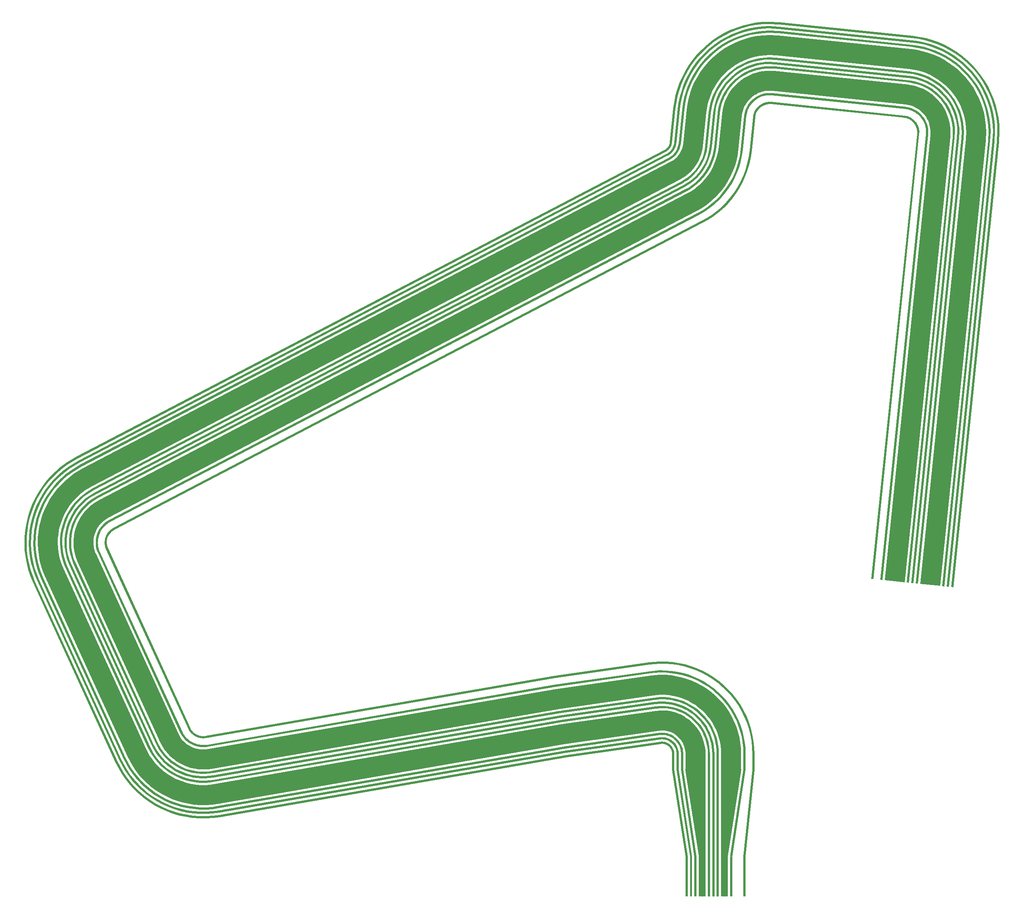
<source format=gbr>
G04 AutoGERB 2.0 for AutoCAD 14*
G04 RS274-X Output *
%FSLAX34Y34*%
%MOMM*%
%ADD12C,0.005000*%
%ADD13C,0.007000*%
G36*X2429672Y786128D02*X2429672Y821774D01*X2429179Y835901*X2427711Y849914*X2425271Y863793*X2421872Y877468*X2417531Y890873*X2412268Y903945*X2406108Y916618*X2399082Y928832*X2391223Y940529*X2382571Y951650*X2373165Y962143*X2363053Y971956*X2352283Y981043*X2340907Y989358*X2328980Y996861*X2316560Y1003518*X2303707Y1009295*X2290484Y1014163*X2276954Y1018101*X2263184Y1021088*X2249238Y1023109*X2235186Y1024157*X2221122Y1024224*X2198461Y1022273*X1985828Y991894*X1204165Y857171*X1201622Y856824*X1199018Y856651*X1196409Y856660*X1193807Y856850*X1191224Y857220*X1188672Y857770*X1186166Y858495*X1183715Y859393*X1181333Y860460*X1179032Y861689*X1176821Y863076*X1174712Y864612*X1172715Y866292*X1170840Y868106*X1169094Y870048*X1167489Y872105*X1166010Y874299*X1163773Y878456*X979575Y1280962*X978590Y1283330*X977756Y1285804*X977099Y1288329*X976616Y1290893*X976314Y1293486*X976194Y1296093*X976254Y1298701*X976496Y1301300*X976918Y1303875*X977518Y1306415*X978293Y1308906*X979240Y1311339*X980354Y1313698*X981629Y1315976*X983059Y1318159*X984637Y1320236*X986356Y1322199*X988207Y1324039*X990184Y1325745*X992300Y1327329*X996267Y1329732*X2315831Y2018650*X2328125Y2025623*X2339869Y2033410*X2351042Y2041996*X2361592Y2051337*X2371466Y2061390*X2380617Y2072105*X2389001Y2083431*X2396578Y2095312*X2403309Y2107691*X2409163Y2120508*X2414111Y2133702*X2418131Y2147208*X2421199Y2160952*X2423602Y2177576*X2431293Y2252590*X2431643Y2255133*X2432179Y2257688*X2432890Y2260198*X2433774Y2262653*X2434827Y2265041*X2436043Y2267349*X2437418Y2269568*X2438943Y2271685*X2440612Y2273692*X2442417Y2275577*X2444347Y2277332*X2446394Y2278950*X2448551Y2280420*X2450804Y2281737*X2453143Y2282894*X2455557Y2283886*X2458033Y2284707*X2460562Y2285354*X2463128Y2285824*X2465722Y2286115*X2468354Y2286224*X2472349Y2286034*X2770896Y2255425*X2773438Y2255074*X2775993Y2254539*X2778503Y2253827*X2780958Y2252943*X2783346Y2251890*X2785655Y2250674*X2787873Y2249299*X2789990Y2247774*X2791997Y2246106*X2793883Y2244302*X2795638Y2242371*X2797255Y2240322*X2798725Y2238167*X2800042Y2235915*X2801200Y2233575*X2802191Y2231161*X2803013Y2228684*X2803660Y2226156*X2804129Y2223589*X2804420Y2220996*X2804530Y2218363*X2804339Y2214367*X2701792Y1214192*X2696819Y1214703*X2799352Y2214742*X2799525Y2218378*X2799431Y2220613*X2799180Y2222860*X2798773Y2225085*X2798212Y2227275*X2797500Y2229422*X2796641Y2231514*X2795639Y2233540*X2794496Y2235492*X2793222Y2237361*X2791821Y2239136*X2790300Y2240809*X2788666Y2242373*X2786927Y2243819*X2785092Y2245140*X2783170Y2246331*X2781169Y2247385*X2779099Y2248298*X2776972Y2249064*X2774796Y2249682*X2772583Y2250145*X2770299Y2250460*X2471976Y2281047*X2468339Y2281219*X2466105Y2281126*X2463857Y2280875*X2461633Y2280467*X2459442Y2279906*X2457296Y2279195*X2455204Y2278335*X2453177Y2277332*X2451224Y2276191*X2449357Y2274917*X2447582Y2273515*X2445908Y2271994*X2444345Y2270361*X2442898Y2268622*X2441577Y2266787*X2440386Y2264864*X2439332Y2262864*X2438419Y2260794*X2437653Y2258667*X2437036Y2256491*X2436572Y2254278*X2436258Y2251995*X2428565Y2176963*X2426120Y2160049*X2422972Y2145949*X2418854Y2132109*X2413784Y2118589*X2407784Y2105456*X2400887Y2092771*X2393124Y2080596*X2384532Y2068990*X2375155Y2058011*X2365037Y2047710*X2354227Y2038137*X2342778Y2029339*X2330744Y2021360*X2318222Y2014257*X998722Y1325373*X995101Y1323180*X993319Y1321846*X991608Y1320368*X990003Y1318774*X988514Y1317073*X987146Y1315272*X985906Y1313381*X984801Y1311407*X983837Y1309362*X983016Y1307255*X982345Y1305096*X981825Y1302894*X981459Y1300663*X981249Y1298412*X981197Y1296150*X981301Y1293891*X981563Y1291646*X981980Y1289422*X982551Y1287235*X983273Y1285091*X984158Y1282963*X1168252Y880683*X1170295Y876888*X1171538Y875044*X1172929Y873261*X1174441Y871579*X1176066Y870007*X1177797Y868551*X1179624Y867219*X1181541Y866018*X1183536Y864953*X1185600Y864028*X1187723Y863250*X1189895Y862621*X1192105Y862145*X1194344Y861825*X1196600Y861659*X1198861Y861652*X1201117Y861801*X1203402Y862114*X1985049Y996833*X2197892Y1027242*X2220919Y1029225*X2235385Y1029156*X2249783Y1028082*X2264073Y1026011*X2278185Y1022950*X2292049Y1018916*X2305598Y1013926*X2318769Y1008007*X2331495Y1001186*X2343716Y993497*X2355374Y984976*X2366410Y975665*X2376772Y965610*X2386410Y954857*X2395276Y943462*X2403329Y931477*X2410529Y918961*X2416841Y905974*X2422234Y892580*X2426683Y878843*X2430166Y864830*X2432666Y850609*X2434170Y836248*X2434671Y821861*X2434671Y786128*X2429672Y786128*G37*G36*X2409672Y786128D02*X2409672Y821774D01*X2409228Y834509*X2407904Y847139*X2405705Y859647*X2402642Y871972*X2398730Y884053*X2393986Y895833*X2388435Y907255*X2382103Y918264*X2375021Y928804*X2367222Y938828*X2358746Y948284*X2349632Y957128*X2339926Y965317*X2329674Y972811*X2318925Y979573*X2307731Y985572*X2296148Y990779*X2284231Y995166*X2272038Y998715*X2259627Y1001406*X2247059Y1003229*X2234395Y1004173*X2221722Y1004233*X2201290Y1002474*X1988941Y972136*X1207561Y837462*X1203641Y836926*X1199648Y836661*X1195646Y836675*X1191656Y836965*X1187695Y837534*X1183784Y838377*X1179940Y839489*X1176183Y840866*X1172531Y842501*X1169002Y844386*X1165612Y846512*X1162378Y848868*X1159316Y851443*X1156440Y854227*X1153765Y857202*X1151303Y860356*X1149046Y863705*X1145587Y870134*X961389Y1272639*X959869Y1276293*X958591Y1280085*X957581Y1283957*X956843Y1287890*X956380Y1291864*X956195Y1295862*X956288Y1299862*X956659Y1303845*X957305Y1307794*X958227Y1311688*X959414Y1315508*X960866Y1319238*X962574Y1322856*X964529Y1326348*X966721Y1329694*X969141Y1332881*X971778Y1335891*X974617Y1338711*X977645Y1341325*X980876Y1343746*X987011Y1347462*X2306575Y2036379*X2317658Y2042665*X2328242Y2049684*X2338312Y2057421*X2347820Y2065840*X2356719Y2074900*X2364966Y2084557*X2372522Y2094764*X2379350Y2105471*X2385417Y2116628*X2390692Y2128180*X2395152Y2140070*X2398775Y2152242*X2401540Y2164628*X2403706Y2179616*X2411397Y2254631*X2411937Y2258551*X2412758Y2262468*X2413849Y2266318*X2415205Y2270082*X2416820Y2273743*X2418685Y2277283*X2420792Y2280685*X2423131Y2283931*X2425689Y2287008*X2428456Y2289899*X2431416Y2292590*X2434557Y2295070*X2437863Y2297324*X2441317Y2299344*X2444903Y2301118*X2448604Y2302638*X2452402Y2303898*X2456279Y2304890*X2460214Y2305610*X2464191Y2306056*X2468214Y2306224*X2474390Y2305929*X2772936Y2275320*X2776857Y2274780*X2780774Y2273959*X2784623Y2272868*X2788388Y2271512*X2792048Y2269898*X2795588Y2268033*X2798990Y2265925*X2802237Y2263587*X2805313Y2261028*X2808204Y2258262*X2810896Y2255302*X2813375Y2252161*X2815630Y2248856*X2817650Y2245401*X2819424Y2241814*X2820944Y2238113*X2822204Y2234316*X2823196Y2230439*X2823916Y2226503*X2824362Y2222527*X2824530Y2218504*X2824235Y2212327*X2721688Y1212152*X2716715Y1212663*X2819248Y2212702*X2819525Y2218519*X2819373Y2222144*X2818967Y2225774*X2818309Y2229368*X2817403Y2232907*X2816253Y2236374*X2814865Y2239753*X2813245Y2243028*X2811401Y2246181*X2809342Y2249200*X2807079Y2252067*X2804621Y2254769*X2801982Y2257295*X2799174Y2259632*X2796209Y2261766*X2793103Y2263690*X2789871Y2265393*X2786529Y2266867*X2783092Y2268105*X2779577Y2269102*X2776002Y2269851*X2772339Y2270355*X2474015Y2300942*X2468199Y2301219*X2464574Y2301067*X2460943Y2300661*X2457350Y2300003*X2453811Y2299097*X2450343Y2297947*X2446964Y2296559*X2443690Y2294939*X2440536Y2293095*X2437518Y2291037*X2434651Y2288773*X2431947Y2286316*X2429422Y2283677*X2427086Y2280868*X2424951Y2277904*X2423028Y2274798*X2421325Y2271566*X2419850Y2268223*X2418612Y2264787*X2417615Y2261271*X2416866Y2257696*X2416362Y2254034*X2408669Y2179003*X2406461Y2163725*X2403616Y2150983*X2399895Y2138477*X2395313Y2126261*X2389892Y2114393*X2383659Y2102930*X2376645Y2091929*X2368881Y2081442*X2360408Y2071521*X2351265Y2062213*X2341497Y2053562*X2331151Y2045613*X2320277Y2038402*X2308966Y2031986*X989466Y1343103*X983677Y1339597*X980782Y1337428*X978016Y1335040*X975425Y1332466*X973018Y1329718*X970808Y1326809*X968806Y1323753*X967021Y1320565*X965463Y1317261*X964137Y1313857*X963052Y1310369*X962212Y1306813*X961622Y1303208*X961283Y1299571*X961198Y1295919*X961367Y1292269*X961790Y1288641*X962464Y1285050*X963386Y1281516*X964552Y1278054*X965972Y1274640*X1150066Y872361*X1153331Y866294*X1155352Y863295*X1157600Y860415*X1160043Y857698*X1162667Y855158*X1165463Y852807*X1168415Y850655*X1171511Y848715*X1174734Y846994*X1178068Y845501*X1181497Y844244*X1185007Y843228*X1188578Y842459*X1192193Y841940*X1195837Y841674*X1199491Y841662*X1203136Y841903*X1206798Y842405*X1988162Y977075*X2200721Y1007443*X2221519Y1009234*X2234592Y1009172*X2247604Y1008202*X2260516Y1006329*X2273267Y1003564*X2285796Y999919*X2298039Y995410*X2309940Y990061*X2321440Y983898*X2332483Y976950*X2343017Y969250*X2352989Y960837*X2362353Y951751*X2371061Y942035*X2379074Y931737*X2386350Y920907*X2392856Y909598*X2398559Y897862*X2403433Y885760*X2407453Y873347*X2410600Y860684*X2412859Y847834*X2414219Y834858*X2414671Y821861*X2414671Y786128*X2409672Y786128*G37*G36*X2359672Y786130D02*X2359672Y821425D01*X2359336Y831031*X2358376Y840201*X2356780Y849280*X2354556Y858227*X2351715Y866998*X2348271Y875550*X2344242Y883843*X2339646Y891833*X2334504Y899485*X2328842Y906762*X2322689Y913627*X2316073Y920047*X2309027Y925992*X2301583Y931433*X2293780Y936342*X2285655Y940697*X2277245Y944476*X2268594Y947662*X2259743Y950238*X2250733Y952192*X2241609Y953515*X2232416Y954200*X2223433Y954243*X2207807Y952898*X1996724Y922739*X1215713Y788130*X1208687Y787169*X1201222Y786674*X1193742Y786698*X1186279Y787243*X1178872Y788306*X1171559Y789882*X1164373Y791961*X1157349Y794536*X1150520Y797592*X1143921Y801118*X1137585Y805091*X1131536Y809498*X1125810Y814315*X1120434Y819516*X1115433Y825079*X1110830Y830977*X1106460Y837460*X1100390Y848741*X915779Y1252149*X913055Y1258695*X910668Y1265785*X908779Y1273025*X907399Y1280378*X906533Y1287808*X906186Y1295282*X906360Y1302762*X907054Y1310211*X908263Y1317593*X909983Y1324874*X912206Y1332019*X914921Y1338992*X918113Y1345756*X921767Y1352284*X925869Y1358543*X930393Y1364499*X935321Y1370127*X940630Y1375400*X946291Y1380289*X952539Y1384968*X963309Y1391491*X2283126Y2080541*X2291485Y2085282*X2299169Y2090377*X2306480Y2095995*X2313382Y2102106*X2319842Y2108683*X2325829Y2115694*X2331314Y2123104*X2336272Y2130878*X2340676Y2138976*X2344506Y2147362*X2347743Y2155993*X2350373Y2164830*X2352365Y2173756*X2354008Y2185126*X2361693Y2260078*X2362661Y2267100*X2364195Y2274422*X2366236Y2281621*X2368771Y2288658*X2371790Y2295505*X2375279Y2302124*X2379218Y2308483*X2383589Y2314553*X2388374Y2320307*X2393547Y2325711*X2399081Y2330743*X2404954Y2335379*X2411135Y2339596*X2417594Y2343371*X2424298Y2346688*X2431220Y2349533*X2438322Y2351887*X2445568Y2353742*X2452927Y2355089*X2460363Y2355921*X2468061Y2356243*X2478946Y2355725*X2778382Y2325024*X2785406Y2324056*X2792728Y2322521*X2799925Y2320481*X2806963Y2317947*X2813809Y2314927*X2820429Y2311440*X2826788Y2307500*X2832860Y2303128*X2838612Y2298343*X2844016Y2293173*X2849049Y2287637*X2853685Y2281764*X2857901Y2275584*X2861677Y2269125*X2864995Y2262419*X2867838Y2255499*X2870193Y2248398*X2872049Y2241150*X2873396Y2233790*X2874227Y2226356*X2874550Y2218657*X2874030Y2207770*X2771428Y1207050*X2726663Y1211649*X2829139Y2211141*X2829505Y2218788*X2829332Y2222909*X2828849Y2227231*X2828066Y2231507*X2826988Y2235719*X2825619Y2239846*X2823966Y2243868*X2822038Y2247766*X2819844Y2251519*X2817394Y2255111*X2814700Y2258524*X2811775Y2261740*X2808631Y2264748*X2805289Y2267529*X2801761Y2270069*X2798064Y2272359*X2794218Y2274386*X2790240Y2276140*X2786148Y2277614*X2781965Y2278800*X2777709Y2279691*X2773013Y2280339*X2475579Y2310834*X2467930Y2311198*X2463810Y2311026*X2459488Y2310542*X2455211Y2309759*X2450997Y2308680*X2446871Y2307312*X2442851Y2305661*X2438953Y2303732*X2435198Y2301537*X2431607Y2299088*X2428194Y2296394*X2424976Y2293468*X2421969Y2290326*X2419190Y2286984*X2416649Y2283456*X2414358Y2279757*X2412331Y2275912*X2410578Y2271935*X2409103Y2267842*X2407918Y2263659*X2407026Y2259403*X2406378Y2254707*X2398679Y2179611*X2396658Y2165625*X2393950Y2153497*X2390428Y2141658*X2386089Y2130091*X2380957Y2118855*X2375055Y2108003*X2368415Y2097589*X2361066Y2087661*X2353043Y2078268*X2344387Y2069455*X2335139Y2061266*X2325344Y2053740*X2315050Y2046913*X2304647Y2041012*X985400Y1352260*X977742Y1347623*X974520Y1345210*X971229Y1342367*X968144Y1339304*X965280Y1336032*X962648Y1332568*X960266Y1328933*X958142Y1325139*X956286Y1321205*X954709Y1317154*X953418Y1313003*X952418Y1308772*X951715Y1304480*X951311Y1300149*X951211Y1295803*X951412Y1291461*X951916Y1287141*X952718Y1282866*X953815Y1278660*X955202Y1274540*X957024Y1270164*X1140705Y868786*X1145027Y860755*X1147269Y857428*X1149944Y854000*X1152851Y850767*X1155977Y847742*X1159303Y844943*X1162816Y842384*X1166502Y840073*X1170337Y838025*X1174306Y836249*X1178388Y834752*X1182566Y833543*X1186817Y832627*X1191120Y832010*X1195455Y831693*X1199805Y831679*X1204144Y831966*X1208838Y832609*X1989719Y967196*X2202690Y997623*X2221608Y999252*X2234197Y999191*X2246516Y998274*X2258740Y996501*X2270812Y993883*X2282673Y990431*X2294264Y986163*X2305530Y981100*X2316419Y975265*X2326874Y968686*X2336846Y961397*X2346288Y953432*X2355152Y944830*X2363397Y935631*X2370981Y925882*X2377871Y915630*X2384031Y904920*X2389430Y893811*X2394044Y882353*X2397849Y870602*X2400829Y858615*X2402967Y846448*X2404255Y834164*X2404671Y822210*X2404671Y786130*X2359672Y786130*G37*G36*X2349672Y786128D02*X2349672Y821775D01*X2349373Y830337*X2348484Y838814*X2347009Y847210*X2344953Y855483*X2342327Y863592*X2339143Y871499*X2335416Y879166*X2331166Y886554*X2326412Y893630*X2321178Y900359*X2315488Y906706*X2309371Y912642*X2302856Y918139*X2295974Y923169*X2288759Y927708*X2281245Y931735*X2273471Y935230*X2265471Y938174*X2257287Y940557*X2248957Y942363*X2240521Y943587*X2232020Y944220*X2223522Y944261*X2209776Y943077*X1998282Y912861*X1217752Y778334*X1209695Y777233*X1201536Y776691*X1193359Y776718*X1185204Y777313*X1177111Y778475*X1169118Y780197*X1161264Y782469*X1153587Y785283*X1146125Y788624*X1138912Y792476*X1131985Y796820*X1125377Y801635*X1119120Y806898*X1113244Y812584*X1107777Y818665*X1102746Y825110*X1098156Y831921*X1091029Y845166*X906831Y1247672*X903706Y1255180*X901096Y1262929*X899032Y1270842*X897524Y1278878*X896578Y1286999*X896199Y1295167*X896389Y1303341*X897147Y1311482*X898469Y1319551*X900349Y1327508*X902778Y1335315*X905744Y1342935*X909233Y1350330*X913228Y1357464*X917709Y1364303*X922654Y1370814*X928041Y1376966*X933843Y1382728*X940030Y1388071*X946604Y1392994*X959243Y1400649*X2278807Y2089567*X2286259Y2093793*X2293363Y2098504*X2300122Y2103698*X2306504Y2109348*X2312477Y2115430*X2318013Y2121912*X2323085Y2128763*X2327668Y2135950*X2331741Y2143439*X2335281Y2151193*X2338275Y2159174*X2340707Y2167344*X2342562Y2175655*X2344019Y2185735*X2351710Y2260751*X2352820Y2268807*X2354498Y2276811*X2356727Y2284677*X2359498Y2292369*X2362797Y2299850*X2366609Y2307084*X2370915Y2314035*X2375694Y2320669*X2380922Y2326956*X2386574Y2332864*X2392625Y2338364*X2399043Y2343430*X2405798Y2348037*X2412856Y2352164*X2420185Y2355790*X2427748Y2358897*X2435508Y2361471*X2443430Y2363498*X2451472Y2364970*X2459598Y2365880*X2467793Y2366222*X2480508Y2365617*X2779056Y2335007*X2787113Y2333897*X2795115Y2332221*X2802982Y2329991*X2810675Y2327219*X2818156Y2323920*X2825389Y2320109*X2832341Y2315803*X2838975Y2311024*X2845262Y2305796*X2851170Y2300144*X2856670Y2294094*X2861736Y2287676*X2866343Y2280921*X2870470Y2273862*X2874096Y2266534*X2877203Y2258971*X2879777Y2251210*X2881805Y2243289*X2883277Y2235246*X2884187Y2227121*X2884529Y2218926*X2883922Y2206208*X2781375Y1206032*X2776402Y1206543*X2878935Y2206583*X2879524Y2218941*X2879198Y2226738*X2878328Y2234517*X2876918Y2242218*X2874976Y2249801*X2872512Y2257232*X2869537Y2264473*X2866065Y2271489*X2862114Y2278248*X2857703Y2284715*X2852853Y2290859*X2847587Y2296651*X2841931Y2302063*X2835912Y2307069*X2829560Y2311644*X2822904Y2315766*X2815979Y2319415*X2808816Y2322574*X2801451Y2325228*X2793920Y2327362*X2786258Y2328968*X2778459Y2330042*X2480135Y2360630*X2467778Y2361217*X2459981Y2360891*X2452201Y2360021*X2444501Y2358611*X2436917Y2356670*X2429487Y2354206*X2422246Y2351231*X2415229Y2347759*X2408471Y2343808*X2402004Y2339397*X2395860Y2334547*X2390067Y2329281*X2384655Y2323625*X2379649Y2317606*X2375074Y2311254*X2370952Y2304599*X2367302Y2297673*X2364143Y2290510*X2361490Y2283146*X2359355Y2275614*X2357749Y2267952*X2356675Y2260154*X2348982Y2185122*X2347483Y2174752*X2345548Y2166085*X2343018Y2157581*X2339902Y2149274*X2336216Y2141204*X2331977Y2133409*X2327208Y2125928*X2321928Y2118797*X2316166Y2112051*X2309949Y2105721*X2303307Y2099839*X2296272Y2094433*X2288878Y2089530*X2281198Y2085174*X961698Y1396290*X949405Y1388845*X943167Y1384174*X937242Y1379057*X931688Y1373541*X926531Y1367651*X921796Y1361418*X917505Y1354869*X913680Y1348039*X910341Y1340960*X907501Y1333664*X905176Y1326189*X903376Y1318570*X902110Y1310845*X901384Y1303050*X901202Y1295224*X901565Y1287404*X902471Y1279629*X903915Y1271935*X905891Y1264360*X908389Y1256941*X911414Y1249673*X1095508Y847393*X1102441Y834510*X1106795Y828049*X1111612Y821878*X1116845Y816057*X1122471Y810613*X1128462Y805574*X1134788Y800963*X1141421Y796805*X1148326Y793117*X1155472Y789918*X1162821Y787224*X1170341Y785048*X1177994Y783400*X1185743Y782288*X1193550Y781717*X1201379Y781692*X1209190Y782210*X1216989Y783277*X1997503Y917800*X2209207Y948046*X2223319Y949262*X2232217Y949219*X2241066Y948560*X2249846Y947286*X2258516Y945406*X2267036Y942927*X2275362Y939861*X2283454Y936224*X2291274Y932033*X2298783Y927308*X2305947Y922072*X2312728Y916351*X2319095Y910173*X2325017Y903566*X2330465Y896563*X2335413Y889199*X2339837Y881509*X2343716Y873528*X2347030Y865299*X2349764Y856858*X2351904Y848247*X2353439Y839509*X2354364Y830686*X2354671Y821862*X2354671Y786128*X2349672Y786128*G37*G36*X2339672Y786128D02*X2339672Y821775D01*X2339397Y829641*X2338581Y837427*X2337226Y845137*X2335338Y852735*X2332926Y860182*X2330002Y867444*X2326580Y874484*X2322677Y881271*X2318311Y887768*X2313504Y893947*X2308278Y899776*X2302661Y905228*X2296677Y910276*X2290357Y914895*X2283731Y919064*X2276831Y922762*X2269691Y925972*X2262344Y928676*X2254829Y930864*X2247178Y932523*X2239431Y933646*X2231625Y934228*X2223822Y934265*X2211191Y933178*X1999838Y902982*X1219451Y768479*X1210704Y767284*X1201850Y766696*X1192978Y766725*X1184129Y767371*X1175347Y768632*X1166674Y770500*X1158151Y772966*X1149822Y776019*X1141723Y779644*X1133897Y783824*X1126381Y788538*X1119210Y793763*X1112420Y799474*X1106044Y805643*X1100112Y812242*X1094653Y819236*X1089674Y826624*X1081935Y841005*X897738Y1243511*X894345Y1251662*X891514Y1260070*X889274Y1268656*X887637Y1277376*X886611Y1286188*X886200Y1295051*X886406Y1303921*X887228Y1312755*X888662Y1321511*X890704Y1330145*X893339Y1338616*X896557Y1346884*X900343Y1354909*X904678Y1362650*X909540Y1370071*X914906Y1377137*X920752Y1383811*X927047Y1390064*X933761Y1395862*X940892Y1401202*X954615Y1409514*X2274179Y2098431*X2281025Y2102314*X2287550Y2106641*X2293757Y2111411*X2299618Y2116600*X2305104Y2122185*X2310188Y2128138*X2314845Y2134430*X2319055Y2141030*X2322794Y2147907*X2326046Y2155029*X2328795Y2162358*X2331029Y2169861*X2332733Y2177493*X2334071Y2186755*X2341762Y2261771*X2342968Y2270517*X2344788Y2279200*X2347207Y2287737*X2350214Y2296084*X2353794Y2304202*X2357930Y2312051*X2362602Y2319593*X2367787Y2326793*X2373460Y2333614*X2379594Y2340025*X2386159Y2345993*X2393124Y2351490*X2400453Y2356490*X2408113Y2360968*X2416065Y2364902*X2424272Y2368273*X2432693Y2371066*X2441288Y2373266*X2450015Y2374863*X2458833Y2375851*X2467722Y2376222*X2481529Y2375564*X2780076Y2344955*X2788822Y2343750*X2797505Y2341930*X2806042Y2339511*X2814389Y2336504*X2822507Y2332924*X2830356Y2328788*X2837899Y2324116*X2845098Y2318931*X2851920Y2313258*X2858330Y2307124*X2864299Y2300559*X2869796Y2293595*X2874796Y2286265*X2879274Y2278606*X2883208Y2270654*X2886580Y2262447*X2889373Y2254026*X2891573Y2245431*X2893170Y2236703*X2894157Y2227886*X2894529Y2218997*X2893870Y2205188*X2791323Y1205013*X2786350Y1205524*X2888883Y2205563*X2889524Y2219012*X2889168Y2227503*X2888221Y2235974*X2886686Y2244360*X2884572Y2252617*X2881889Y2260708*X2878649Y2268593*X2874869Y2276233*X2870567Y2283592*X2865763Y2290634*X2860482Y2297324*X2854747Y2303631*X2848589Y2309525*X2842035Y2314976*X2835118Y2319957*X2827871Y2324445*X2820330Y2328419*X2812530Y2331859*X2804511Y2334748*X2796310Y2337073*X2787967Y2338821*X2779479Y2339990*X2481154Y2370577*X2467707Y2371217*X2459216Y2370862*X2450744Y2369914*X2442359Y2368379*X2434102Y2366265*X2426011Y2363582*X2418126Y2360343*X2410486Y2356563*X2403126Y2352261*X2396085Y2347457*X2389394Y2342176*X2383087Y2336442*X2377193Y2330283*X2371742Y2323730*X2366761Y2316812*X2362273Y2309566*X2358299Y2302025*X2354859Y2294225*X2351970Y2286206*X2349645Y2278005*X2347897Y2269662*X2346727Y2261174*X2339034Y2186142*X2337654Y2176590*X2335870Y2168602*X2333538Y2160765*X2330667Y2153110*X2327269Y2145672*X2323364Y2138489*X2318968Y2131595*X2314103Y2125023*X2308793Y2118806*X2303063Y2112973*X2296942Y2107552*X2290459Y2102570*X2283644Y2098051*X2276570Y2094038*X957070Y1405155*X943693Y1397053*X936898Y1391965*X930446Y1386393*X924399Y1380386*X918783Y1373974*X913627Y1367186*X908955Y1360055*X904790Y1352618*X901154Y1344909*X898062Y1336965*X895529Y1328826*X893569Y1320530*X892191Y1312118*X891401Y1303630*X891203Y1295108*X891598Y1286593*X892584Y1278127*X894157Y1269749*X896309Y1261501*X899028Y1253423*X902321Y1245512*X1086414Y843232*X1093959Y829213*X1098702Y822175*X1103947Y815455*X1109645Y809116*X1115771Y803189*X1122295Y797702*X1129184Y792681*X1136406Y788153*X1143924Y784137*X1151705Y780654*X1159708Y777721*X1167897Y775351*X1176230Y773557*X1184668Y772346*X1193169Y771724*X1201693Y771697*X1210199Y772261*X1218688Y773422*X1999059Y907921*X2210622Y938147*X2223619Y939266*X2231822Y939227*X2239976Y938619*X2248067Y937446*X2256058Y935713*X2263909Y933429*X2271582Y930603*X2279040Y927251*X2286246Y923389*X2293168Y919034*X2299768Y914209*X2306018Y908937*X2311885Y903243*X2317343Y897154*X2322364Y890701*X2326924Y883914*X2331001Y876827*X2334575Y869473*X2337629Y861889*X2340149Y854110*X2342121Y846174*X2343536Y838122*X2344388Y829990*X2344671Y821862*X2344671Y786128*X2339672Y786128*G37*G36*X2329672Y786128D02*X2329672Y821775D01*X2329421Y828946*X2328678Y836039*X2327443Y843065*X2325723Y849986*X2323525Y856771*X2320861Y863388*X2317743Y869803*X2314187Y875985*X2310209Y881906*X2305830Y887536*X2301069Y892846*X2295950Y897814*X2290499Y902413*X2284740Y906622*X2278704Y910420*X2272417Y913789*X2265911Y916713*X2259218Y919177*X2252370Y921171*X2245400Y922682*X2238341Y923706*X2231228Y924236*X2224122Y924270*X2212605Y923278*X2001395Y893103*X1221149Y758624*X1211713Y757335*X1202165Y756700*X1192597Y756733*X1183055Y757429*X1173583Y758788*X1164230Y760803*X1155039Y763463*X1146054Y766756*X1137322Y770665*X1128882Y775172*X1120775Y780256*X1113043Y785891*X1105721Y792050*X1098845Y798703*X1092447Y805819*X1086561Y813362*X1081192Y821327*X1072842Y836844*X888645Y1239350*X884985Y1248143*X881931Y1257211*X879516Y1266470*X877751Y1275873*X876644Y1285377*X876200Y1294934*X876422Y1304501*X877309Y1314028*X878856Y1323470*X881057Y1332782*X883899Y1341918*X887370Y1350834*X891453Y1359488*X896128Y1367836*X901371Y1375839*X907158Y1383459*X913462Y1390657*X920252Y1397400*X927492Y1403653*X935180Y1409410*X949987Y1418378*X2269551Y2107295*X2275792Y2110836*X2281736Y2114778*X2287392Y2119124*X2292732Y2123851*X2297730Y2128940*X2302362Y2134364*X2306606Y2140096*X2310441Y2146110*X2313848Y2152376*X2316811Y2158864*X2319316Y2165542*X2321351Y2172378*X2322903Y2179331*X2324123Y2187775*X2331814Y2262791*X2333115Y2272226*X2335077Y2281590*X2337686Y2290796*X2340929Y2299799*X2344790Y2308553*X2349250Y2317018*X2354289Y2325152*X2359881Y2332916*X2365999Y2340272*X2372614Y2347185*X2379694Y2353622*X2387205Y2359550*X2395109Y2364942*X2403369Y2369771*X2411945Y2374014*X2420796Y2377650*X2429877Y2380662*X2439147Y2383034*X2448558Y2384757*X2458067Y2385821*X2467652Y2386222*X2482549Y2385512*X2781096Y2354903*X2790531Y2353602*X2799896Y2351641*X2809102Y2349031*X2818104Y2345789*X2826858Y2341928*X2835323Y2337468*X2843457Y2332429*X2851221Y2326837*X2858578Y2320719*X2865491Y2314104*X2871928Y2307024*X2877856Y2299514*X2883248Y2291609*X2888077Y2283349*X2892320Y2274774*X2895956Y2265923*X2898968Y2256842*X2901341Y2247572*X2903064Y2238161*X2904128Y2228652*X2904529Y2219067*X2903818Y2204168*X2801271Y1203993*X2796298Y1204504*X2898831Y2204543*X2899524Y2219082*X2899139Y2228269*X2898115Y2237432*X2896454Y2246501*X2894167Y2255433*X2891265Y2264184*X2887761Y2272713*X2883672Y2280976*X2879019Y2288936*X2873823Y2296553*X2868111Y2303789*X2861908Y2310611*X2855247Y2316986*X2848158Y2322882*X2840676Y2328270*X2832838Y2333125*X2824681Y2337423*X2816245Y2341144*X2807571Y2344268*X2798701Y2346782*X2789676Y2348673*X2780499Y2349938*X2482174Y2380525*X2467637Y2381217*X2458450Y2380832*X2449287Y2379808*X2440218Y2378147*X2431286Y2375861*X2422535Y2372959*X2414006Y2369455*X2405742Y2365366*X2397782Y2360713*X2390166Y2355517*X2382929Y2349805*X2376107Y2343602*X2369732Y2336941*X2363836Y2329853*X2358448Y2322371*X2353593Y2314533*X2349295Y2306376*X2345574Y2297940*X2342449Y2289265*X2339936Y2280395*X2338044Y2271371*X2336779Y2262194*X2329086Y2187162*X2327824Y2178428*X2326192Y2171119*X2324059Y2163949*X2321432Y2156945*X2318323Y2150141*X2314750Y2143569*X2310729Y2137261*X2306277Y2131249*X2301419Y2125561*X2296177Y2120224*X2290577Y2115265*X2284645Y2110707*X2278411Y2106573*X2271942Y2102904*X952442Y1414019*X937981Y1405261*X930629Y1399756*X923651Y1393729*X917109Y1387232*X911035Y1380296*X905458Y1372954*X900405Y1365241*X895900Y1357197*X891967Y1348859*X888622Y1340267*X885882Y1331463*X883763Y1322489*X882272Y1313391*X881417Y1304210*X881203Y1294993*X881631Y1285782*X882698Y1276624*X884399Y1267563*X886726Y1258642*X889668Y1249904*X893228Y1241351*X1077321Y839071*X1085477Y823916*X1090610Y816301*X1096282Y809032*X1102446Y802176*X1109072Y795765*X1116128Y789830*X1123580Y784399*X1131391Y779501*X1139523Y775158*X1147939Y771391*X1156596Y768218*X1165453Y765654*X1174466Y763713*X1183592Y762404*X1192788Y761732*X1202008Y761701*X1211208Y762312*X1220386Y763567*X2000616Y898042*X2212036Y928247*X2223919Y929271*X2231427Y929235*X2238886Y928679*X2246289Y927605*X2253599Y926020*X2260783Y923930*X2267802Y921344*X2274626Y918278*X2281219Y914745*X2287551Y910761*X2293590Y906346*X2299307Y901523*X2304676Y896313*X2309669Y890743*X2314262Y884839*X2318434Y878630*X2322164Y872146*X2325434Y865417*X2328228Y858478*X2330534Y851361*X2332338Y844102*X2333633Y836734*X2334412Y829295*X2334671Y821862*X2334671Y786128*X2329672Y786128*G37*G36*X2279672Y786130D02*X2279672Y821426D01*X2279530Y825467*X2279150Y829102*X2278518Y832698*X2277637Y836242*X2276512Y839716*X2275147Y843104*X2273550Y846391*X2271730Y849555*X2269693Y852586*X2267449Y855470*X2265011Y858190*X2262391Y860734*X2259600Y863087*X2256651Y865243*X2253560Y867188*X2250340Y868913*X2247009Y870411*X2243583Y871672*X2240074Y872693*X2236504Y873468*X2232891Y873992*X2229248Y874264*X2225834Y874280*X2219122Y873702*X2009178Y843706*X1229299Y709292*X1216759Y707578*X1203740Y706713*X1190691Y706756*X1177676Y707707*X1164761Y709561*X1152006Y712308*X1139472Y715935*X1127220Y720425*X1115311Y725758*X1103801Y731904*X1092747Y738837*X1082201Y746520*X1072216Y754920*X1062838Y763993*X1054115Y773696*X1046086Y783984*X1038606Y795082*X1027645Y815450*X843034Y1218860*X838172Y1230545*X834008Y1242911*X830714Y1255537*X828306Y1268361*X826797Y1281322*X826191Y1294356*X826495Y1307401*X827704Y1320393*X829814Y1333270*X832815Y1345969*X836691Y1358428*X841424Y1370587*X846992Y1382388*X853366Y1393773*X860518Y1404688*X868411Y1415079*X877007Y1424894*X886265Y1434089*X896140Y1442618*X906843Y1450632*X926285Y1462408*X2246102Y2151457*X2249620Y2153453*X2252664Y2155471*X2255559Y2157696*X2258295Y2160119*X2260854Y2162724*X2263225Y2165501*X2265398Y2168436*X2267362Y2171515*X2269106Y2174724*X2270624Y2178047*X2271907Y2181467*X2272949Y2184967*X2273728Y2188458*X2274425Y2193285*X2282111Y2268236*X2283838Y2280774*X2286515Y2293545*X2290073Y2306100*X2294496Y2318376*X2299761Y2330313*X2305843Y2341857*X2312714Y2352951*X2320341Y2363539*X2328685Y2373570*X2337705Y2382998*X2347360Y2391775*X2357602Y2399860*X2368382Y2407212*X2379646Y2413798*X2391341Y2419584*X2403410Y2424543*X2415796Y2428650*X2428437Y2431886*X2441271Y2434235*X2454239Y2435686*X2467498Y2436241*X2487105Y2435308*X2786542Y2404607*X2799080Y2402879*X2811850Y2400203*X2824404Y2396645*X2836681Y2392222*X2848619Y2386957*X2860163Y2380875*X2871256Y2374004*X2881845Y2366378*X2891876Y2358034*X2901303Y2349014*X2910082Y2339360*X2918167Y2329116*X2925519Y2318338*X2932105Y2307073*X2937891Y2295378*X2942850Y2283309*X2946957Y2270924*X2950194Y2258283*X2952543Y2245448*X2953994Y2232481*X2954549Y2219219*X2953613Y2199610*X2851010Y1198891*X2806246Y1203490*X2908722Y2202981*X2909504Y2219352*X2909099Y2229034*X2907996Y2238887*X2906211Y2248640*X2903752Y2258245*X2900631Y2267656*X2896862Y2276827*X2892466Y2285714*X2887462Y2294273*X2881874Y2302465*X2875731Y2310247*X2869062Y2317583*X2861897Y2324439*X2854274Y2330779*X2846229Y2336573*X2837800Y2341794*X2829028Y2346416*X2819956Y2350417*X2810627Y2353778*X2801089Y2356480*X2791383Y2358514*X2781173Y2359922*X2483738Y2390417*X2467369Y2391196*X2457686Y2390791*X2447832Y2389688*X2438078Y2387903*X2428473Y2385445*X2419063Y2382324*X2409892Y2378555*X2401005Y2374159*X2392445Y2369155*X2384253Y2363567*X2376471Y2357424*X2369136Y2350755*X2362280Y2343591*X2355940Y2335968*X2350145Y2327922*X2344924Y2319494*X2340302Y2310722*X2336301Y2301649*X2332940Y2292321*X2330236Y2282782*X2328203Y2273079*X2326796Y2262869*X2319096Y2187772*X2318021Y2180329*X2316526Y2173632*X2314590Y2167128*X2312207Y2160776*X2309389Y2154605*X2306147Y2148644*X2302499Y2142921*X2298462Y2137468*X2294055Y2132307*X2289298Y2127466*X2284220Y2122969*X2278839Y2118834*X2273183Y2115084*X2267623Y2111930*X948376Y1423177*X932046Y1413287*X924367Y1407537*X916864Y1401056*X909828Y1394069*X903296Y1386610*X897299Y1378715*X891865Y1370422*X887021Y1361771*X882791Y1352804*X879194Y1343563*X876248Y1334096*X873969Y1324447*X872365Y1314662*X871446Y1304790*X871216Y1294877*X871676Y1284973*X872823Y1275124*X874653Y1265380*X877155Y1255786*X880319Y1246388*X884279Y1236873*X1067960Y835497*X1077173Y818377*X1082527Y810433*X1088626Y802617*X1095255Y795244*X1102381Y788349*X1109968Y781967*X1117982Y776128*X1126382Y770859*X1135128Y766189*X1144177Y762138*X1153487Y758726*X1163011Y755969*X1172704Y753882*X1182519Y752474*X1192408Y751751*X1202321Y751718*X1212216Y752375*X1222428Y753771*X2002173Y888163*X2214005Y918427*X2224007Y919289*X2231031Y919255*X2237798Y918751*X2244515Y917777*X2251145Y916338*X2257658Y914443*X2264028Y912098*X2270217Y909316*X2276197Y906111*X2281940Y902498*X2287419Y898494*X2292606Y894117*X2297476Y889391*X2302004Y884339*X2306170Y878985*X2309955Y873352*X2313339Y867468*X2316304Y861367*X2318839Y855073*X2320930Y848617*X2322567Y842031*X2323741Y835347*X2324449Y828600*X2324671Y822211*X2324671Y786130*X2279672Y786130*G37*G36*X2269672Y786128D02*X2269672Y821775D01*X2269567Y824773*X2269258Y827715*X2268746Y830628*X2268033Y833498*X2267122Y836311*X2266017Y839054*X2264725Y841714*X2263250Y844277*X2261601Y846732*X2259785Y849067*X2257811Y851268*X2255689Y853328*X2253428Y855234*X2251040Y856980*X2248538Y858555*X2245931Y859952*X2243234Y861164*X2240459Y862185*X2237619Y863012*X2234728Y863639*X2231803Y864064*X2228854Y864283*X2225922Y864297*X2221091Y863881*X2010736Y833828*X1231340Y699496*X1217767Y697641*X1204053Y696730*X1190310Y696776*X1176604Y697777*X1162999Y699729*X1149564Y702623*X1136363Y706443*X1123458Y711173*X1110915Y716788*X1098792Y723263*X1087149Y730565*X1076042Y738658*X1065524Y747504*X1055647Y757061*X1046459Y767282*X1038004Y778116*X1030302Y789543*X1018284Y811877*X834086Y1214382*X828822Y1227030*X824436Y1240055*X820967Y1253354*X818432Y1266861*X816841Y1280512*X816204Y1294241*X816523Y1307981*X817797Y1321664*X820019Y1335227*X823181Y1348602*X827263Y1361724*X832248Y1374531*X838113Y1386961*X844827Y1398953*X852359Y1410448*X860671Y1421392*X869726Y1431732*X879478Y1441417*X889878Y1450399*X900907Y1458659*X922219Y1471566*X2241783Y2160483*X2244392Y2161964*X2246857Y2163598*X2249202Y2165400*X2251416Y2167361*X2253489Y2169470*X2255409Y2171719*X2257168Y2174096*X2258759Y2176589*X2260172Y2179187*X2261400Y2181878*X2262439Y2184646*X2263282Y2187481*X2263925Y2190359*X2264436Y2193895*X2272127Y2268911*X2273998Y2282482*X2276816Y2295933*X2280564Y2309156*X2285222Y2322086*X2290768Y2334660*X2297174Y2346819*X2304412Y2358502*X2312444Y2369654*X2321232Y2380221*X2330733Y2390150*X2340902Y2399395*X2351690Y2407911*X2363044Y2415655*X2374908Y2422591*X2387227Y2428685*X2399939Y2433908*X2412983Y2438234*X2426298Y2441642*X2439816Y2444116*X2453474Y2445645*X2467231Y2446220*X2488669Y2445199*X2787216Y2414590*X2800787Y2412719*X2814238Y2409902*X2827461Y2406154*X2840391Y2401496*X2852966Y2395950*X2865124Y2389544*X2876808Y2382307*X2887960Y2374275*X2898527Y2365487*X2908457Y2355986*X2917701Y2345817*X2926217Y2335029*X2933962Y2323675*X2940898Y2311811*X2946992Y2299493*X2952215Y2286781*X2956541Y2273736*X2959950Y2260422*X2962424Y2246903*X2963953Y2233245*X2964529Y2219489*X2963505Y2198048*X2860958Y1197873*X2855985Y1198384*X2958518Y2198423*X2959524Y2219504*X2958964Y2232862*X2957475Y2246174*X2955063Y2259351*X2951740Y2272327*X2947524Y2285042*X2942433Y2297432*X2936493Y2309438*X2929733Y2321002*X2922184Y2332068*X2913884Y2342582*X2904874Y2352493*X2895196Y2361754*X2884897Y2370320*X2874027Y2378148*X2862639Y2385201*X2850789Y2391445*X2838532Y2396851*X2825930Y2401391*X2813043Y2405043*X2799932Y2407790*X2786619Y2409625*X2488294Y2440212*X2467216Y2441215*X2453857Y2440656*X2440545Y2439167*X2427369Y2436755*X2414392Y2433433*X2401678Y2429217*X2389288Y2424126*X2377281Y2418186*X2365717Y2411426*X2354651Y2403878*X2344137Y2395578*X2334226Y2386567*X2324965Y2376890*X2316399Y2366591*X2308571Y2355721*X2301517Y2344334*X2295273Y2332483*X2289867Y2320227*X2285327Y2307625*X2281675Y2294738*X2278927Y2281627*X2277092Y2268314*X2269399Y2193282*X2268846Y2189456*X2268125Y2186222*X2267182Y2183053*X2266021Y2179959*X2264647Y2176952*X2263068Y2174048*X2261291Y2171261*X2259324Y2168604*X2257178Y2166091*X2254861Y2163732*X2252387Y2161541*X2249766Y2159527*X2247011Y2157701*X2244174Y2156092*X924674Y1467207*X903708Y1454510*X893015Y1446502*X882877Y1437746*X873373Y1428307*X864548Y1418229*X856446Y1407563*X849104Y1396358*X842560Y1384670*X836845Y1372556*X831986Y1360073*X828006Y1347283*X824926Y1334246*X822760Y1321027*X821518Y1307690*X821207Y1294298*X821828Y1280917*X823379Y1267612*X825850Y1254447*X829231Y1241486*X833505Y1228791*X838669Y1216383*X1022763Y814104*X1034587Y792132*X1042053Y781055*X1050294Y770495*X1059250Y760534*X1068875Y751219*X1079127Y742597*X1089952Y734708*X1101301Y727592*X1113116Y721281*X1125343Y715808*X1137920Y711198*X1150787Y707474*X1163882Y704654*X1177141Y702752*X1190501Y701775*X1203896Y701731*X1217262Y702618*X1230577Y704439*X2009957Y838767*X2220522Y868850*X2225719Y869298*X2229051Y869282*X2232348Y869037*X2235619Y868562*X2238850Y867861*X2242022Y866938*X2245125Y865797*X2248140Y864441*X2251053Y862880*X2253851Y861119*X2256519Y859169*X2259046Y857037*X2261418Y854735*X2263624Y852274*X2265654Y849665*X2267497Y846922*X2269146Y844057*X2270590Y841083*X2271825Y838018*X2272844Y834873*X2273641Y831665*X2274213Y828410*X2274558Y825122*X2274671Y821862*X2274671Y786128*X2269672Y786128*G37*G36*X2259672Y786128D02*X2259672Y821775D01*X2259591Y824078*X2259355Y826327*X2258963Y828555*X2258418Y830749*X2257722Y832901*X2256877Y834999*X2255888Y837032*X2254761Y838993*X2253500Y840870*X2252111Y842654*X2250601Y844339*X2248979Y845914*X2247250Y847371*X2245425Y848706*X2243510Y849910*X2241517Y850979*X2239454Y851906*X2237332Y852687*X2235160Y853319*X2232950Y853799*X2230713Y854123*X2228457Y854291*X2226223Y854302*X2222505Y853982*X2012292Y823949*X1233038Y689641*X1218776Y687692*X1204368Y686735*X1189929Y686783*X1175529Y687835*X1161235Y689886*X1147120Y692926*X1133250Y696940*X1119692Y701909*X1106514Y707809*X1093777Y714611*X1081545Y722283*X1069875Y730786*X1058825Y740080*X1048448Y750121*X1038794Y760859*X1029911Y772242*X1021820Y784246*X1009191Y807715*X824993Y1210221*X819462Y1223511*X814854Y1237196*X811209Y1251168*X808545Y1265359*X806874Y1279701*X806205Y1294125*X806540Y1308560*X807878Y1322937*X810213Y1337187*X813535Y1351238*X817823Y1365025*X823061Y1378482*X829223Y1391540*X836277Y1404139*X844190Y1416216*X852924Y1427715*X862437Y1438578*X872682Y1448753*X883609Y1458190*X895195Y1466867*X917591Y1480431*X2237155Y2169347*X2239159Y2170485*X2241044Y2171735*X2242837Y2173113*X2244530Y2174612*X2246115Y2176225*X2247584Y2177945*X2248929Y2179763*X2250145Y2181669*X2251226Y2183657*X2252165Y2185713*X2252959Y2187830*X2253604Y2189998*X2254095Y2192197*X2254488Y2194915*X2262179Y2269931*X2264145Y2284191*X2267107Y2298323*X2271044Y2312215*X2275937Y2325800*X2281764Y2339011*X2288495Y2351786*X2296099Y2364061*X2304538Y2375777*X2313771Y2386879*X2323753Y2397311*X2334437Y2407024*X2345771Y2415971*X2357700Y2424107*X2370165Y2431395*X2383107Y2437797*X2396463Y2443284*X2410168Y2447830*X2424156Y2451410*X2438359Y2454010*X2452709Y2455616*X2467161Y2456220*X2489689Y2455147*X2788236Y2424538*X2802496Y2422572*X2816628Y2419612*X2830521Y2415674*X2844106Y2410780*X2857317Y2404954*X2870091Y2398223*X2882366Y2390620*X2894083Y2382181*X2905185Y2372948*X2915617Y2362966*X2925330Y2352282*X2934277Y2340948*X2942414Y2329020*X2949701Y2316555*X2956104Y2303613*X2961591Y2290257*X2966137Y2276552*X2969718Y2262564*X2972317Y2248361*X2973924Y2234011*X2974528Y2219559*X2973452Y2197028*X2870906Y1196853*X2865933Y1197364*X2968465Y2197403*X2969523Y2219574*X2968935Y2233628*X2967368Y2247632*X2964831Y2261493*X2961336Y2275143*X2956900Y2288518*X2951545Y2301552*X2945296Y2314182*X2938185Y2326347*X2930244Y2337987*X2921513Y2349047*X2912034Y2359473*X2901854Y2369215*X2891020Y2378226*X2879585Y2386461*X2867606Y2393880*X2855140Y2400449*X2842247Y2406135*X2828990Y2410911*X2815433Y2414753*X2801641Y2417643*X2787639Y2419573*X2489314Y2450160*X2467146Y2451215*X2453092Y2450627*X2439088Y2449061*X2425227Y2446523*X2411577Y2443029*X2398202Y2438593*X2385168Y2433238*X2372538Y2426990*X2360373Y2419878*X2348732Y2411938*X2337672Y2403207*X2327246Y2393728*X2317504Y2383548*X2308493Y2372714*X2300258Y2361280*X2292838Y2349301*X2286269Y2336834*X2280582Y2323941*X2275807Y2310684*X2271964Y2297128*X2269074Y2283336*X2267144Y2269334*X2259451Y2194302*X2259016Y2191294*X2258447Y2188739*X2257702Y2186237*X2256786Y2183794*X2255701Y2181420*X2254454Y2179128*X2253052Y2176928*X2251499Y2174830*X2249804Y2172846*X2247975Y2170983*X2246022Y2169254*X2243953Y2167664*X2241778Y2166222*X2239546Y2164956*X920046Y1476072*X897996Y1462718*X886746Y1454293*X876081Y1445082*X866084Y1435153*X856801Y1424552*X848277Y1413331*X840554Y1401544*X833670Y1389249*X827658Y1376505*X822546Y1363374*X818360Y1349919*X815120Y1336206*X812841Y1322300*X811535Y1308269*X811208Y1294182*X811861Y1280106*X813492Y1266110*X816092Y1252261*X819649Y1238627*X824145Y1225272*X829576Y1212222*X1013670Y809942*X1026105Y786835*X1033960Y775181*X1042629Y764072*X1052049Y753594*X1062176Y743795*X1072960Y734725*X1084348Y726426*X1096286Y718940*X1108715Y712302*X1121577Y706544*X1134807Y701695*X1148343Y697777*X1162118Y694811*X1176066Y692810*X1190120Y691782*X1204211Y691736*X1218271Y692669*X1232275Y694584*X2011513Y828888*X2221936Y858951*X2226020Y859303*X2228656Y859290*X2231258Y859096*X2233841Y858722*X2236391Y858168*X2238897Y857440*X2241345Y856537*X2243726Y855468*X2246025Y854235*X2248234Y852845*X2250341Y851306*X2252336Y849623*X2254208Y847806*X2255950Y845863*X2257553Y843803*X2259008Y841636*X2260309Y839375*X2261450Y837028*X2262425Y834606*X2263229Y832124*X2263858Y829592*X2264310Y827022*X2264582Y824427*X2264671Y821862*X2264671Y786128*X2259672Y786128*G37*G36*X2249672Y786128D02*X2249672Y821775D01*X2249615Y823382*X2249452Y824941*X2249181Y826482*X2248803Y828001*X2248321Y829490*X2247736Y830943*X2247052Y832351*X2246271Y833708*X2245398Y835008*X2244437Y836244*X2243392Y837409*X2242268Y838500*X2241072Y839508*X2239808Y840433*X2238483Y841266*X2237102Y842006*X2235675Y842648*X2234206Y843188*X2232702Y843626*X2231172Y843958*X2229623Y844183*X2228062Y844299*X2226523Y844306*X2223919Y844083*X2013849Y814069*X1234737Y679787*X1219785Y677743*X1204683Y676740*X1189548Y676791*X1174454Y677893*X1159471Y680043*X1144676Y683229*X1130137Y687437*X1115926Y692645*X1102113Y698829*X1088762Y705959*X1075940Y714001*X1063708Y722914*X1052126Y732656*X1041249Y743180*X1031129Y754436*X1021818Y766367*X1013338Y778948*X1000098Y803554*X815900Y1206060*X810101Y1219993*X805271Y1234336*X801451Y1248982*X798658Y1263857*X796907Y1278891*X796206Y1294009*X796557Y1309140*X797960Y1324210*X800407Y1339146*X803888Y1353875*X808384Y1368327*X813874Y1382432*X820333Y1396119*X827727Y1409325*X836021Y1421984*X845176Y1434037*X855147Y1445423*X865886Y1456089*X877340Y1465981*X889483Y1475075*X912963Y1489295*X2232527Y2178213*X2233926Y2179006*X2235231Y2179872*X2236472Y2180826*X2237645Y2181864*X2238742Y2182980*X2239758Y2184171*X2240690Y2185429*X2241532Y2186750*X2242280Y2188124*X2242930Y2189549*X2243479Y2191014*X2243927Y2192516*X2244266Y2194035*X2244540Y2195935*X2252231Y2270951*X2254292Y2285900*X2257397Y2300713*X2261523Y2315275*X2266653Y2329515*X2272760Y2343363*X2279816Y2356752*X2287786Y2369619*X2296632Y2381900*X2306309Y2393537*X2316773Y2404472*X2327972Y2414653*X2339852Y2424031*X2352356Y2432559*X2365421Y2440198*X2378987Y2446909*X2392987Y2452661*X2407352Y2457425*X2422015Y2461178*X2436902Y2463903*X2451943Y2465586*X2467090Y2466220*X2490709Y2465095*X2789256Y2434486*X2804206Y2432425*X2819019Y2429322*X2833581Y2425194*X2847820Y2420065*X2861668Y2413958*X2875058Y2406903*X2887925Y2398933*X2900206Y2390087*X2911843Y2380410*X2922778Y2369946*X2932959Y2358747*X2942337Y2346867*X2950866Y2334364*X2958505Y2321298*X2965216Y2307733*X2970968Y2293733*X2975733Y2279368*X2979486Y2264705*X2982211Y2249818*X2983895Y2234777*X2984528Y2219630*X2983400Y2196008*X2880854Y1195833*X2875881Y1196344*X2978413Y2196383*X2979523Y2219645*X2978906Y2234394*X2977262Y2249089*X2974599Y2263634*X2970932Y2277959*X2966277Y2291994*X2960657Y2305672*X2954100Y2318925*X2946637Y2331691*X2938304Y2343906*X2929142Y2355512*X2919195Y2366453*X2908512Y2376677*X2897143Y2386132*X2885144Y2394774*X2872573Y2402560*X2859491Y2409453*X2845961Y2415420*X2832050Y2420431*X2817824Y2424463*X2803351Y2427496*X2788659Y2429521*X2490334Y2460108*X2467075Y2461215*X2452326Y2460597*X2437631Y2458954*X2423086Y2456291*X2408761Y2452624*X2394726Y2447970*X2381048Y2442350*X2367794Y2435793*X2355029Y2428330*X2342813Y2419998*X2331207Y2410836*X2320266Y2400889*X2310042Y2390206*X2300587Y2378837*X2291945Y2366838*X2284159Y2354267*X2277265Y2341186*X2271298Y2327656*X2266286Y2313744*X2262254Y2299518*X2259221Y2285045*X2257196Y2270354*X2249503Y2195322*X2249187Y2193132*X2248768Y2191255*X2248222Y2189421*X2247551Y2187630*X2246755Y2185889*X2245841Y2184207*X2244811Y2182594*X2243673Y2181056*X2242431Y2179601*X2241090Y2178235*X2239657Y2176967*X2238140Y2175801*X2236545Y2174743*X2234918Y2173820*X915418Y1484936*X892284Y1470926*X880477Y1462084*X869285Y1452418*X858794Y1441998*X849053Y1430874*X840108Y1419099*X832004Y1406730*X824780Y1393828*X818471Y1380455*X813107Y1366676*X808713Y1352556*X805314Y1338165*X802923Y1323573*X801552Y1308849*X801209Y1294066*X801894Y1279296*X803605Y1264608*X806334Y1250075*X810066Y1235767*X814784Y1221754*X820483Y1208061*X1004577Y805781*X1017623Y781537*X1025867Y769306*X1034964Y757649*X1044850Y746653*X1055477Y736371*X1066793Y726853*X1078743Y718144*X1091271Y710288*X1104314Y703322*X1117811Y697280*X1131694Y692192*X1145899Y688080*X1160354Y684968*X1174991Y682868*X1189739Y681790*X1204526Y681741*X1219280Y682720*X1233974Y684730*X2013070Y819008*X2223352Y849052*X2226320Y849307*X2228259Y849298*X2230168Y849156*X2232063Y848881*X2233933Y848475*X2235769Y847941*X2237566Y847279*X2239311Y846495*X2240998Y845591*X2242617Y844572*X2244163Y843443*X2245625Y842209*X2246999Y840876*X2248276Y839451*X2249451Y837941*X2250518Y836353*X2251473Y834694*X2252309Y832972*X2253024Y831197*X2253614Y829376*X2254076Y827519*X2254407Y825634*X2254606Y823731*X2254671Y821862*X2254671Y786128*X2249672Y786128*G37*G54D12*X2342172Y501528D02*X2342172Y651513D01*G54D12*X2352172Y501528D02*X2352172Y651513D01*G54D12*X2332172Y501528D02*X2332172Y651513D01*G54D12*X2317172Y501528D02*X2317172Y651513D01*G54D12*X2367172Y501528D02*X2367172Y651513D01*G36*X2254642Y786508D02*X2284671Y591719D01*X2284671Y501527*X2279672Y501528*X2279672Y591336*X2249701Y785746*X2254642Y786508*G37*G36*X2264642Y786508D02*X2294671Y591719D01*X2294671Y501527*X2289672Y501528*X2289672Y591336*X2259701Y785746*X2264642Y786508*G37*G36*X2274642Y786508D02*X2304671Y591719D01*X2304671Y501527*X2299672Y501528*X2299672Y591336*X2269701Y785746*X2274642Y786508*G37*G36*X2334671Y786127D02*X2334671Y591527D01*X2329672Y591528*X2329672Y786127*X2334671Y786127*G37*G36*X2334671Y591527D02*X2334671Y501527D01*X2329672Y501528*X2329672Y591527*X2334671Y591527*G37*G36*X2344671Y786127D02*X2344671Y591527D01*X2339672Y591528*X2339672Y786127*X2344671Y786127*G37*G36*X2344671Y591527D02*X2344671Y501527D01*X2339672Y501528*X2339672Y591527*X2344671Y591527*G37*G36*X2354671Y786127D02*X2354671Y591527D01*X2349672Y591528*X2349672Y786127*X2354671Y786127*G37*G36*X2354671Y591527D02*X2354671Y501527D01*X2349672Y501528*X2349672Y591527*X2354671Y591527*G37*G36*X2384671Y591527D02*X2384671Y501527D01*X2379672Y501528*X2379672Y591527*X2384671Y591527*G37*G36*X2324671Y591527D02*X2324671Y501527D01*X2309672Y501530*X2309672Y591527*X2324671Y591527*G37*G36*X2414671Y591527D02*X2414671Y501527D01*X2409672Y501528*X2409672Y591527*X2414671Y591527*G37*G36*X2404987Y786864D02*X2374671Y591094D01*X2374671Y501527*X2359672Y501530*X2359672Y493417*X2359738Y790352*X2404987Y786864*G37*G36*X2434658Y785872D02*X2414658Y591272D01*X2409685Y591784*X2429685Y786383*X2434658Y785872*G37*G36*X2324604Y790352D02*X2324650Y588993D01*X2310169Y587879*X2279355Y786864*X2324604Y790352*G37*G36*X2414642Y785746D02*X2384642Y591146D01*X2379701Y591909*X2409701Y786508*X2414642Y785746*G37*M02*
</source>
